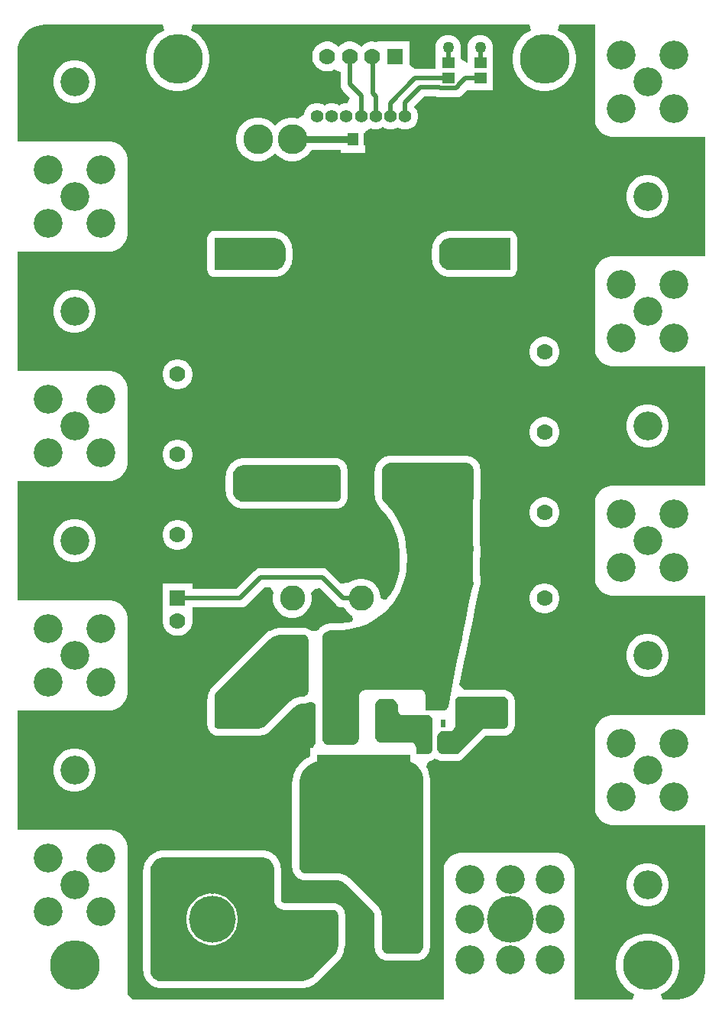
<source format=gtl>
G04*
G04 #@! TF.GenerationSoftware,Altium Limited,Altium Designer,21.0.9 (235)*
G04*
G04 Layer_Physical_Order=1*
G04 Layer_Color=255*
%FSLAX25Y25*%
%MOIN*%
G70*
G04*
G04 #@! TF.SameCoordinates,AEBDD87C-346D-489B-AC81-7B0397BDD38F*
G04*
G04*
G04 #@! TF.FilePolarity,Positive*
G04*
G01*
G75*
%ADD12C,0.01000*%
%ADD27C,0.07000*%
%ADD28R,0.07000X0.07000*%
%ADD30R,0.07000X0.07000*%
%ADD34R,0.03937X0.11221*%
%ADD35R,0.40551X0.37402*%
%ADD36R,0.05315X0.04528*%
%ADD37R,0.04528X0.05709*%
%ADD38R,0.33071X0.10433*%
%ADD39R,0.17520X0.08858*%
%ADD40R,0.06890X0.21260*%
%ADD41R,0.02362X0.03543*%
%ADD42R,0.04528X0.05315*%
%ADD43R,0.08661X0.12598*%
%ADD44C,0.02000*%
%ADD45C,0.03000*%
%ADD46C,0.05500*%
%ADD47C,0.13000*%
%ADD48C,0.11000*%
%ADD49C,0.12598*%
%ADD50C,0.20472*%
%ADD51C,0.21654*%
%ADD52C,0.05000*%
G36*
X252000Y384000D02*
X252000Y383212D01*
X252307Y381666D01*
X252910Y380211D01*
X253786Y378900D01*
X254900Y377786D01*
X256211Y376910D01*
X257666Y376307D01*
X259212Y376000D01*
X260000Y376000D01*
X300000Y376000D01*
X300000Y324000D01*
X260000Y324000D01*
X259212D01*
X257666Y323693D01*
X256211Y323090D01*
X254900Y322214D01*
X253786Y321100D01*
X252910Y319789D01*
X252308Y318334D01*
X252000Y316788D01*
X252000Y316000D01*
X252000Y316000D01*
X252000Y316000D01*
X252000Y284000D01*
Y283212D01*
X252308Y281666D01*
X252910Y280211D01*
X253786Y278900D01*
X254900Y277786D01*
X256211Y276910D01*
X257666Y276308D01*
X259212Y276000D01*
X260000Y276000D01*
X260000Y276000D01*
X300000Y276000D01*
X300000Y224000D01*
X260000Y224000D01*
X259212D01*
X257666Y223693D01*
X256211Y223090D01*
X254900Y222214D01*
X253786Y221100D01*
X252910Y219789D01*
X252308Y218334D01*
X252000Y216788D01*
X252000Y216000D01*
X252000Y216000D01*
X252000Y216000D01*
X252000Y184000D01*
Y183212D01*
X252308Y181667D01*
X252910Y180211D01*
X253786Y178900D01*
X254900Y177786D01*
X256211Y176910D01*
X257666Y176307D01*
X259212Y176000D01*
X260000Y176000D01*
X260000Y176000D01*
X300000Y176000D01*
X300000Y124000D01*
X260000Y124000D01*
X259212D01*
X257666Y123693D01*
X256211Y123090D01*
X254900Y122214D01*
X253786Y121100D01*
X252910Y119789D01*
X252308Y118333D01*
X252000Y116788D01*
X252000Y116000D01*
X252000Y116000D01*
X252000Y116000D01*
X252000Y84000D01*
Y83212D01*
X252308Y81666D01*
X252910Y80211D01*
X253786Y78900D01*
X254900Y77786D01*
X256211Y76911D01*
X257666Y76307D01*
X259212Y76000D01*
X260000Y76000D01*
X260000Y76000D01*
X300000Y76000D01*
X300000Y12500D01*
X300000Y12500D01*
X300000Y11681D01*
X299786Y10056D01*
X299362Y8473D01*
X298735Y6960D01*
X297916Y5540D01*
X296918Y4241D01*
X295760Y3082D01*
X294460Y2084D01*
X293040Y1265D01*
X291527Y638D01*
X289944Y214D01*
X288319Y-0D01*
X287500Y0D01*
X281524D01*
X280924Y2500D01*
X282247Y3174D01*
X284008Y4453D01*
X285546Y5993D01*
X286826Y7753D01*
X287814Y9692D01*
X288486Y11762D01*
X288827Y13912D01*
Y16088D01*
X288486Y18238D01*
X287814Y20308D01*
X286826Y22247D01*
X285546Y24008D01*
X284008Y25547D01*
X282247Y26826D01*
X280308Y27814D01*
X278238Y28486D01*
X276088Y28827D01*
X273912D01*
X271762Y28486D01*
X269692Y27814D01*
X267753Y26826D01*
X265992Y25547D01*
X264454Y24008D01*
X263174Y22247D01*
X262186Y20308D01*
X261514Y18238D01*
X261173Y16088D01*
Y13912D01*
X261514Y11762D01*
X262186Y9692D01*
X263174Y7753D01*
X264454Y5993D01*
X265992Y4453D01*
X267753Y3174D01*
X269076Y2500D01*
X268476Y0D01*
X243000D01*
X243000Y56000D01*
X243000Y56000D01*
X243000Y56000D01*
X243000Y56000D01*
X243000Y56788D01*
X242692Y58333D01*
X242089Y59789D01*
X241214Y61100D01*
X240100Y62214D01*
X238789Y63089D01*
X237333Y63692D01*
X235788Y64000D01*
X235000D01*
X194000Y64000D01*
X194000Y64000D01*
X193212Y64000D01*
X191666Y63693D01*
X190210Y63090D01*
X188900Y62214D01*
X187786Y61100D01*
X186910Y59789D01*
X186307Y58333D01*
X186000Y56788D01*
X186000Y56000D01*
X186000Y0D01*
X50500D01*
X48000Y2500D01*
X48000Y66000D01*
X48000Y66788D01*
X47692Y68334D01*
X47089Y69789D01*
X46214Y71100D01*
X45100Y72214D01*
X43789Y73089D01*
X42333Y73693D01*
X40788Y74000D01*
X40000Y74000D01*
X40000Y74000D01*
X40000Y74000D01*
X37500Y74000D01*
X0Y74000D01*
X-0Y76500D01*
Y123500D01*
X0Y126000D01*
X2500Y126000D01*
X40788D01*
X42333Y126307D01*
X43789Y126910D01*
X45100Y127786D01*
X46214Y128900D01*
X47089Y130211D01*
X47692Y131667D01*
X48000Y133212D01*
X48000Y134000D01*
X48000D01*
X48000Y134000D01*
X48000Y134000D01*
X48000Y136500D01*
Y166000D01*
Y166788D01*
X47692Y168333D01*
X47089Y169789D01*
X46214Y171100D01*
X45100Y172214D01*
X43789Y173090D01*
X42333Y173693D01*
X40788Y174000D01*
X40000Y174000D01*
X40000Y174000D01*
X2500Y174000D01*
X0Y174000D01*
X-0Y176500D01*
X-0Y223500D01*
X0Y226000D01*
X2500Y226000D01*
X40788D01*
X42333Y226307D01*
X43789Y226910D01*
X45100Y227786D01*
X46214Y228900D01*
X47089Y230211D01*
X47692Y231666D01*
X48000Y233212D01*
X48000Y234000D01*
X48000D01*
X48000Y234000D01*
X48000Y234000D01*
X48000Y236500D01*
Y266000D01*
Y266788D01*
X47692Y268334D01*
X47089Y269789D01*
X46214Y271100D01*
X45100Y272214D01*
X43789Y273090D01*
X42333Y273692D01*
X40788Y274000D01*
X40000Y274000D01*
X40000Y274000D01*
X2500Y274000D01*
X0Y274000D01*
X-0Y276500D01*
Y323500D01*
X0Y326000D01*
X2500Y326000D01*
X40788D01*
X42333Y326307D01*
X43789Y326910D01*
X45100Y327786D01*
X46214Y328900D01*
X47089Y330211D01*
X47692Y331666D01*
X48000Y333212D01*
X48000Y334000D01*
X48000D01*
X48000Y334000D01*
X48000Y334000D01*
X48000Y336500D01*
Y366000D01*
Y366788D01*
X47692Y368334D01*
X47089Y369789D01*
X46214Y371100D01*
X45100Y372214D01*
X43789Y373090D01*
X42333Y373692D01*
X40788Y374000D01*
X40000Y374000D01*
X40000Y374000D01*
X2500Y374000D01*
X0Y374000D01*
X-0Y376500D01*
Y412500D01*
X0Y412500D01*
X210Y414913D01*
X214Y414944D01*
X638Y416527D01*
X1265Y418040D01*
X2084Y419459D01*
X3082Y420759D01*
X4240Y421918D01*
X5540Y422916D01*
X6960Y423735D01*
X8473Y424362D01*
X10056Y424786D01*
X11681Y425000D01*
X12500Y425000D01*
X63476Y425000D01*
X64077Y422500D01*
X62753Y421826D01*
X60992Y420546D01*
X59453Y419007D01*
X58174Y417247D01*
X57186Y415308D01*
X56514Y413238D01*
X56173Y411088D01*
Y408912D01*
X56514Y406762D01*
X57186Y404692D01*
X58174Y402753D01*
X59453Y400992D01*
X60992Y399453D01*
X62753Y398174D01*
X64692Y397186D01*
X66762Y396514D01*
X68912Y396173D01*
X71088D01*
X73238Y396514D01*
X75308Y397186D01*
X77247Y398174D01*
X79008Y399453D01*
X80546Y400992D01*
X81826Y402753D01*
X82814Y404692D01*
X83486Y406762D01*
X83827Y408912D01*
Y411088D01*
X83486Y413238D01*
X82814Y415308D01*
X81826Y417247D01*
X80546Y419007D01*
X79008Y420546D01*
X77247Y421826D01*
X75924Y422500D01*
X76524Y425000D01*
X223476Y425000D01*
X224077Y422500D01*
X222753Y421826D01*
X220992Y420546D01*
X219454Y419007D01*
X218174Y417247D01*
X217186Y415308D01*
X216514Y413238D01*
X216173Y411088D01*
Y408912D01*
X216514Y406762D01*
X217186Y404692D01*
X218174Y402753D01*
X219454Y400992D01*
X220992Y399453D01*
X222753Y398174D01*
X224692Y397186D01*
X226762Y396514D01*
X228912Y396173D01*
X231088D01*
X233238Y396514D01*
X235308Y397186D01*
X237247Y398174D01*
X239007Y399453D01*
X240546Y400992D01*
X241826Y402753D01*
X242814Y404692D01*
X243486Y406762D01*
X243827Y408912D01*
Y411088D01*
X243486Y413238D01*
X242814Y415308D01*
X241826Y417247D01*
X240546Y419007D01*
X239007Y420546D01*
X237247Y421826D01*
X235923Y422500D01*
X236524Y425000D01*
X252000Y425000D01*
X252000Y384000D01*
D02*
G37*
%LPC*%
G36*
X202724Y420500D02*
X201276D01*
X199877Y420125D01*
X198623Y419401D01*
X197599Y418377D01*
X196875Y417123D01*
X196601Y416102D01*
X196500Y415724D01*
X196343Y413709D01*
X196343Y413709D01*
Y408412D01*
X196158Y408339D01*
X193658Y410042D01*
Y413709D01*
X193658Y413709D01*
X193500Y415724D01*
X193399Y416102D01*
X193125Y417123D01*
X192401Y418377D01*
X191377Y419401D01*
X190123Y420125D01*
X188724Y420500D01*
X187276D01*
X185877Y420125D01*
X184623Y419401D01*
X183599Y418377D01*
X182875Y417123D01*
X182601Y416102D01*
X182500Y415724D01*
X182343Y413709D01*
X182343Y413709D01*
Y405590D01*
X173555D01*
X173555Y405590D01*
X171515Y407201D01*
X171264Y407642D01*
Y417567D01*
X158264D01*
X158264Y417567D01*
X155764Y417527D01*
X155561Y417567D01*
X154281D01*
X153025Y417317D01*
X151842Y416827D01*
X150778Y416116D01*
X150000Y415338D01*
X149222Y416116D01*
X148158Y416827D01*
X146975Y417317D01*
X145719Y417567D01*
X144439D01*
X143183Y417317D01*
X142000Y416827D01*
X140935Y416116D01*
X140157Y415338D01*
X139380Y416116D01*
X138315Y416827D01*
X137132Y417317D01*
X135876Y417567D01*
X134596D01*
X133340Y417317D01*
X132157Y416827D01*
X131093Y416116D01*
X130187Y415210D01*
X129476Y414146D01*
X128986Y412963D01*
X128736Y411707D01*
Y410427D01*
X128986Y409171D01*
X129476Y407988D01*
X130187Y406923D01*
X131093Y406018D01*
X132157Y405307D01*
X133340Y404817D01*
X134596Y404567D01*
X135876D01*
X137132Y404817D01*
X138315Y405307D01*
X138544Y405460D01*
X140820Y404451D01*
X141044Y404208D01*
Y398921D01*
X141044Y398921D01*
X141182Y397877D01*
X141585Y396904D01*
X142226Y396068D01*
X145175Y393119D01*
X144650Y391599D01*
X144009Y390750D01*
X142843D01*
X141381Y390358D01*
X140400Y389792D01*
X139419Y390358D01*
X137957Y390750D01*
X136443D01*
X134981Y390358D01*
X134000Y389792D01*
X133019Y390358D01*
X131557Y390750D01*
X130043D01*
X128581Y390358D01*
X127269Y389601D01*
X126199Y388531D01*
X125442Y387219D01*
X125084Y385883D01*
X125018Y385734D01*
X122885Y384216D01*
X122579Y384173D01*
X120936Y384500D01*
X119064D01*
X117229Y384135D01*
X115500Y383419D01*
X113944Y382379D01*
X112500Y381158D01*
X111056Y382379D01*
X109500Y383419D01*
X107771Y384135D01*
X105936Y384500D01*
X104064D01*
X102229Y384135D01*
X100500Y383419D01*
X98944Y382379D01*
X97621Y381056D01*
X96581Y379500D01*
X95865Y377771D01*
X95500Y375936D01*
Y374064D01*
X95865Y372229D01*
X96581Y370500D01*
X97621Y368944D01*
X98944Y367621D01*
X100500Y366581D01*
X102229Y365865D01*
X104064Y365500D01*
X105936D01*
X107771Y365865D01*
X109500Y366581D01*
X111056Y367621D01*
X112500Y368842D01*
X113944Y367621D01*
X115500Y366581D01*
X117229Y365865D01*
X119064Y365500D01*
X120936D01*
X122771Y365865D01*
X124500Y366581D01*
X126056Y367621D01*
X127379Y368944D01*
X128393Y370461D01*
X141291D01*
Y369146D01*
X151819D01*
Y378214D01*
X154181Y379642D01*
X155643Y379250D01*
X157157D01*
X158619Y379642D01*
X159600Y380208D01*
X160581Y379642D01*
X162043Y379250D01*
X163557D01*
X165019Y379642D01*
X166000Y380208D01*
X166981Y379642D01*
X168443Y379250D01*
X169957D01*
X171419Y379642D01*
X172731Y380399D01*
X173801Y381469D01*
X174558Y382781D01*
X174950Y384243D01*
Y385757D01*
X174558Y387219D01*
X173801Y388531D01*
X173234Y389097D01*
Y389529D01*
X177462Y393757D01*
X182595D01*
X183470Y393394D01*
X184514Y393257D01*
X184514Y393257D01*
X191486D01*
X191486Y393257D01*
X192530Y393394D01*
X193503Y393797D01*
X194339Y394439D01*
X194530Y394630D01*
X196343Y396291D01*
X207658D01*
Y403181D01*
Y413709D01*
X207658Y413709D01*
X207500Y415724D01*
X207399Y416102D01*
X207125Y417123D01*
X206401Y418377D01*
X205377Y419401D01*
X204123Y420125D01*
X202724Y420500D01*
D02*
G37*
G36*
X25916Y409299D02*
X24084D01*
X22287Y408942D01*
X20595Y408241D01*
X19072Y407223D01*
X17777Y405928D01*
X16759Y404405D01*
X16058Y402712D01*
X15701Y400916D01*
Y399084D01*
X16058Y397288D01*
X16759Y395595D01*
X17777Y394072D01*
X19072Y392777D01*
X20595Y391759D01*
X22287Y391058D01*
X24084Y390701D01*
X25916D01*
X27713Y391058D01*
X29405Y391759D01*
X30928Y392777D01*
X32223Y394072D01*
X33241Y395595D01*
X33942Y397288D01*
X34299Y399084D01*
Y400916D01*
X33942Y402712D01*
X33241Y404405D01*
X32223Y405928D01*
X30928Y407223D01*
X29405Y408241D01*
X27713Y408942D01*
X25916Y409299D01*
D02*
G37*
G36*
X275916Y359299D02*
X274084D01*
X272288Y358942D01*
X270595Y358241D01*
X269072Y357223D01*
X267777Y355928D01*
X266759Y354405D01*
X266058Y352712D01*
X265701Y350916D01*
Y349084D01*
X266058Y347288D01*
X266759Y345595D01*
X267777Y344072D01*
X269072Y342777D01*
X270595Y341759D01*
X272288Y341058D01*
X274084Y340701D01*
X275916D01*
X277712Y341058D01*
X279405Y341759D01*
X280928Y342777D01*
X282223Y344072D01*
X283241Y345595D01*
X283942Y347288D01*
X284299Y349084D01*
Y350916D01*
X283942Y352712D01*
X283241Y354405D01*
X282223Y355928D01*
X280928Y357223D01*
X279405Y358241D01*
X277712Y358942D01*
X275916Y359299D01*
D02*
G37*
G36*
X215000Y335026D02*
X188507D01*
X188213Y334987D01*
X187917Y334968D01*
X186951Y334776D01*
X186670Y334680D01*
X186384Y334603D01*
X185474Y334226D01*
X185217Y334078D01*
X184950Y333947D01*
X184132Y333400D01*
X183908Y333204D01*
X183673Y333023D01*
X182977Y332327D01*
X182796Y332091D01*
X182600Y331868D01*
X182053Y331049D01*
X181922Y330783D01*
X181774Y330526D01*
X181397Y329616D01*
X181320Y329330D01*
X181224Y329049D01*
X181032Y328083D01*
X181013Y327787D01*
X180974Y327492D01*
Y327000D01*
X180974Y327000D01*
X180974Y322508D01*
X181013Y322213D01*
X181032Y321917D01*
X181224Y320951D01*
X181320Y320670D01*
X181397Y320384D01*
X181773Y319474D01*
X181922Y319217D01*
X182053Y318951D01*
X182600Y318132D01*
X182796Y317909D01*
X182977Y317673D01*
X183673Y316977D01*
X183908Y316796D01*
X184132Y316600D01*
X184950Y316053D01*
X185217Y315922D01*
X185474Y315774D01*
X186384Y315397D01*
X186670Y315320D01*
X186951Y315224D01*
X187917Y315032D01*
X188213Y315013D01*
X188507Y314974D01*
X189000D01*
X189000Y314974D01*
X215000D01*
X215783Y315077D01*
X216513Y315380D01*
X217140Y315860D01*
X217620Y316487D01*
X217923Y317217D01*
X218026Y318000D01*
Y332000D01*
X217923Y332783D01*
X217620Y333513D01*
X217140Y334140D01*
X216513Y334620D01*
X215783Y334923D01*
X215000Y335026D01*
D02*
G37*
G36*
X112000D02*
X86000D01*
X85217Y334923D01*
X84487Y334620D01*
X83860Y334140D01*
X83380Y333513D01*
X83077Y332783D01*
X82974Y332000D01*
Y318000D01*
X83077Y317217D01*
X83380Y316487D01*
X83860Y315860D01*
X84487Y315380D01*
X85217Y315077D01*
X86000Y314974D01*
X112000Y314974D01*
X112492D01*
X112787Y315013D01*
X113083Y315032D01*
X114049Y315224D01*
X114330Y315320D01*
X114616Y315397D01*
X115526Y315774D01*
X115783Y315922D01*
X116050Y316053D01*
X116868Y316600D01*
X117092Y316796D01*
X117327Y316977D01*
X118023Y317673D01*
X118204Y317909D01*
X118400Y318132D01*
X118947Y318951D01*
X119078Y319217D01*
X119226Y319474D01*
X119603Y320384D01*
X119680Y320670D01*
X119775Y320951D01*
X119968Y321917D01*
X119987Y322213D01*
X120026Y322508D01*
Y323000D01*
X120026Y323000D01*
X120026Y327492D01*
X119987Y327787D01*
X119968Y328083D01*
X119776Y329049D01*
X119680Y329330D01*
X119603Y329616D01*
X119227Y330526D01*
X119078Y330783D01*
X118947Y331049D01*
X118400Y331868D01*
X118204Y332091D01*
X118023Y332327D01*
X117327Y333023D01*
X117092Y333204D01*
X116868Y333400D01*
X116050Y333947D01*
X115783Y334078D01*
X115526Y334226D01*
X114616Y334603D01*
X114330Y334680D01*
X114049Y334776D01*
X113083Y334968D01*
X112787Y334987D01*
X112492Y335026D01*
X112000D01*
X112000Y335026D01*
D02*
G37*
G36*
X25916Y309299D02*
X24084D01*
X22287Y308942D01*
X20595Y308241D01*
X19072Y307223D01*
X17777Y305928D01*
X16759Y304405D01*
X16058Y302712D01*
X15701Y300916D01*
Y299084D01*
X16058Y297288D01*
X16759Y295595D01*
X17777Y294072D01*
X19072Y292777D01*
X20595Y291759D01*
X22287Y291058D01*
X24084Y290701D01*
X25916D01*
X27713Y291058D01*
X29405Y291759D01*
X30928Y292777D01*
X32223Y294072D01*
X33241Y295595D01*
X33942Y297288D01*
X34299Y299084D01*
Y300916D01*
X33942Y302712D01*
X33241Y304405D01*
X32223Y305928D01*
X30928Y307223D01*
X29405Y308241D01*
X27713Y308942D01*
X25916Y309299D01*
D02*
G37*
G36*
X230707Y288921D02*
X229427D01*
X228171Y288671D01*
X226988Y288181D01*
X225923Y287470D01*
X225018Y286565D01*
X224307Y285500D01*
X223817Y284317D01*
X223567Y283062D01*
Y281781D01*
X223817Y280525D01*
X224307Y279342D01*
X225018Y278278D01*
X225923Y277372D01*
X226988Y276661D01*
X228171Y276171D01*
X229427Y275921D01*
X230707D01*
X231963Y276171D01*
X233146Y276661D01*
X234210Y277372D01*
X235116Y278278D01*
X235827Y279342D01*
X236317Y280525D01*
X236567Y281781D01*
Y283062D01*
X236317Y284317D01*
X235827Y285500D01*
X235116Y286565D01*
X234210Y287470D01*
X233146Y288181D01*
X231963Y288671D01*
X230707Y288921D01*
D02*
G37*
G36*
X70573Y279079D02*
X69293D01*
X68037Y278829D01*
X66854Y278339D01*
X65790Y277628D01*
X64884Y276722D01*
X64173Y275658D01*
X63683Y274475D01*
X63433Y273219D01*
Y271938D01*
X63683Y270683D01*
X64173Y269500D01*
X64884Y268435D01*
X65790Y267530D01*
X66854Y266818D01*
X68037Y266329D01*
X69293Y266079D01*
X70573D01*
X71829Y266329D01*
X73012Y266818D01*
X74077Y267530D01*
X74982Y268435D01*
X75693Y269500D01*
X76183Y270683D01*
X76433Y271938D01*
Y273219D01*
X76183Y274475D01*
X75693Y275658D01*
X74982Y276722D01*
X74077Y277628D01*
X73012Y278339D01*
X71829Y278829D01*
X70573Y279079D01*
D02*
G37*
G36*
X230707Y253921D02*
X229427D01*
X228171Y253672D01*
X226988Y253182D01*
X225923Y252470D01*
X225018Y251565D01*
X224307Y250500D01*
X223817Y249317D01*
X223567Y248061D01*
Y246781D01*
X223817Y245525D01*
X224307Y244342D01*
X225018Y243278D01*
X225923Y242372D01*
X226988Y241661D01*
X228171Y241171D01*
X229427Y240921D01*
X230707D01*
X231963Y241171D01*
X233146Y241661D01*
X234210Y242372D01*
X235116Y243278D01*
X235827Y244342D01*
X236317Y245525D01*
X236567Y246781D01*
Y248061D01*
X236317Y249317D01*
X235827Y250500D01*
X235116Y251565D01*
X234210Y252470D01*
X233146Y253182D01*
X231963Y253672D01*
X230707Y253921D01*
D02*
G37*
G36*
X275916Y259299D02*
X274084D01*
X272288Y258942D01*
X270595Y258241D01*
X269072Y257223D01*
X267777Y255928D01*
X266759Y254405D01*
X266058Y252712D01*
X265701Y250916D01*
Y249084D01*
X266058Y247288D01*
X266759Y245595D01*
X267777Y244072D01*
X269072Y242777D01*
X270595Y241759D01*
X272288Y241058D01*
X274084Y240701D01*
X275916D01*
X277712Y241058D01*
X279405Y241759D01*
X280928Y242777D01*
X282223Y244072D01*
X283241Y245595D01*
X283942Y247288D01*
X284299Y249084D01*
Y250916D01*
X283942Y252712D01*
X283241Y254405D01*
X282223Y255928D01*
X280928Y257223D01*
X279405Y258241D01*
X277712Y258942D01*
X275916Y259299D01*
D02*
G37*
G36*
X70573Y244079D02*
X69293D01*
X68037Y243829D01*
X66854Y243339D01*
X65790Y242628D01*
X64884Y241722D01*
X64173Y240658D01*
X63683Y239475D01*
X63433Y238219D01*
Y236939D01*
X63683Y235683D01*
X64173Y234500D01*
X64884Y233435D01*
X65790Y232530D01*
X66854Y231819D01*
X68037Y231329D01*
X69293Y231079D01*
X70573D01*
X71829Y231329D01*
X73012Y231819D01*
X74077Y232530D01*
X74982Y233435D01*
X75693Y234500D01*
X76183Y235683D01*
X76433Y236939D01*
Y238219D01*
X76183Y239475D01*
X75693Y240658D01*
X74982Y241722D01*
X74077Y242628D01*
X73012Y243339D01*
X71829Y243829D01*
X70573Y244079D01*
D02*
G37*
G36*
X99000Y236026D02*
X98999Y236026D01*
X98507D01*
X98213Y235987D01*
X97917Y235968D01*
X96951Y235775D01*
X96670Y235680D01*
X96384Y235603D01*
X95474Y235226D01*
X95217Y235078D01*
X94950Y234947D01*
X94132Y234400D01*
X93908Y234204D01*
X93673Y234023D01*
X92977Y233327D01*
X92796Y233091D01*
X92600Y232868D01*
X92053Y232049D01*
X91922Y231783D01*
X91773Y231526D01*
X91397Y230616D01*
X91320Y230330D01*
X91224Y230049D01*
X91032Y229083D01*
X91013Y228787D01*
X90974Y228492D01*
X90974Y221508D01*
X91013Y221213D01*
X91032Y220917D01*
X91224Y219951D01*
X91320Y219670D01*
X91397Y219384D01*
X91773Y218474D01*
X91922Y218216D01*
X92053Y217951D01*
X92600Y217131D01*
X92796Y216908D01*
X92977Y216673D01*
X93673Y215977D01*
X93909Y215796D01*
X94132Y215600D01*
X94951Y215053D01*
X95217Y214922D01*
X95474Y214774D01*
X96384Y214397D01*
X96670Y214320D01*
X96951Y214224D01*
X97917Y214032D01*
X98213Y214013D01*
X98508Y213974D01*
X99000Y213974D01*
X139000Y213974D01*
X139112Y213989D01*
X139225Y213983D01*
X139710Y214019D01*
X139794Y214036D01*
X139880D01*
X140179Y214116D01*
X140483Y214180D01*
X140560Y214218D01*
X140643Y214241D01*
X141291Y214509D01*
X141463Y214608D01*
X141646Y214684D01*
X141803Y214805D01*
X141975Y214904D01*
X142115Y215044D01*
X142272Y215165D01*
X142835Y215727D01*
X142956Y215885D01*
X143096Y216025D01*
X143195Y216197D01*
X143316Y216354D01*
X143392Y216537D01*
X143491Y216709D01*
X143796Y217444D01*
X143847Y217636D01*
X143923Y217819D01*
X143949Y218016D01*
X144000Y218207D01*
X144000Y218406D01*
X144026Y218602D01*
X144026Y219000D01*
X144026Y231000D01*
X144026Y231000D01*
Y231000D01*
X144015Y231086D01*
X144021Y231172D01*
X143995Y231633D01*
X143974Y231744D01*
Y231856D01*
X143900Y232131D01*
X143847Y232410D01*
X143798Y232511D01*
X143769Y232619D01*
X143491Y233291D01*
X143392Y233463D01*
X143316Y233646D01*
X143195Y233803D01*
X143096Y233975D01*
X142956Y234115D01*
X142835Y234273D01*
X142272Y234835D01*
X142115Y234956D01*
X141975Y235096D01*
X141803Y235195D01*
X141646Y235316D01*
X141463Y235392D01*
X141291Y235491D01*
X140556Y235795D01*
X140364Y235847D01*
X140181Y235923D01*
X139984Y235949D01*
X139793Y236000D01*
X139594D01*
X139398Y236026D01*
X139000D01*
X99000Y236026D01*
D02*
G37*
G36*
X230707Y218921D02*
X229427D01*
X228171Y218671D01*
X226988Y218181D01*
X225923Y217470D01*
X225018Y216565D01*
X224307Y215500D01*
X223817Y214317D01*
X223567Y213061D01*
Y211781D01*
X223817Y210525D01*
X224307Y209342D01*
X225018Y208278D01*
X225923Y207372D01*
X226988Y206661D01*
X228171Y206171D01*
X229427Y205921D01*
X230707D01*
X231963Y206171D01*
X233146Y206661D01*
X234210Y207372D01*
X235116Y208278D01*
X235827Y209342D01*
X236317Y210525D01*
X236567Y211781D01*
Y213061D01*
X236317Y214317D01*
X235827Y215500D01*
X235116Y216565D01*
X234210Y217470D01*
X233146Y218181D01*
X231963Y218671D01*
X230707Y218921D01*
D02*
G37*
G36*
X70573Y209079D02*
X69293D01*
X68037Y208829D01*
X66854Y208339D01*
X65790Y207628D01*
X64884Y206722D01*
X64173Y205658D01*
X63683Y204475D01*
X63433Y203219D01*
Y201939D01*
X63683Y200683D01*
X64173Y199500D01*
X64884Y198435D01*
X65790Y197530D01*
X66854Y196818D01*
X68037Y196328D01*
X69293Y196079D01*
X70573D01*
X71829Y196328D01*
X73012Y196818D01*
X74077Y197530D01*
X74982Y198435D01*
X75693Y199500D01*
X76183Y200683D01*
X76433Y201939D01*
Y203219D01*
X76183Y204475D01*
X75693Y205658D01*
X74982Y206722D01*
X74077Y207628D01*
X73012Y208339D01*
X71829Y208829D01*
X70573Y209079D01*
D02*
G37*
G36*
X25916Y209299D02*
X24084D01*
X22287Y208942D01*
X20595Y208241D01*
X19072Y207223D01*
X17777Y205928D01*
X16759Y204405D01*
X16058Y202712D01*
X15701Y200916D01*
Y199084D01*
X16058Y197287D01*
X16759Y195595D01*
X17777Y194072D01*
X19072Y192777D01*
X20595Y191759D01*
X22287Y191058D01*
X24084Y190701D01*
X25916D01*
X27713Y191058D01*
X29405Y191759D01*
X30928Y192777D01*
X32223Y194072D01*
X33241Y195595D01*
X33942Y197287D01*
X34299Y199084D01*
Y200916D01*
X33942Y202712D01*
X33241Y204405D01*
X32223Y205928D01*
X30928Y207223D01*
X29405Y208241D01*
X27713Y208942D01*
X25916Y209299D01*
D02*
G37*
G36*
X162543Y236955D02*
X162248Y236916D01*
X161952Y236897D01*
X161193Y236746D01*
X160912Y236651D01*
X160625Y236574D01*
X159910Y236278D01*
X159653Y236129D01*
X159387Y235998D01*
X158743Y235568D01*
X158520Y235372D01*
X158284Y235192D01*
X157737Y234644D01*
X157556Y234409D01*
X157361Y234186D01*
X156931Y233542D01*
X156799Y233276D01*
X156651Y233019D01*
X156355Y232304D01*
X156278Y232017D01*
X156183Y231736D01*
X156053Y231081D01*
X156038Y230848D01*
X155998Y230619D01*
X155977Y230127D01*
X155982Y230063D01*
X155974Y230000D01*
X155974Y220414D01*
X155974Y219844D01*
X156013Y219550D01*
X156032Y219253D01*
X156255Y218134D01*
X156350Y217853D01*
X156427Y217566D01*
X156864Y216512D01*
X157012Y216255D01*
X157143Y215989D01*
X157777Y215040D01*
X157973Y214817D01*
X158154Y214581D01*
X158534Y214201D01*
X159504Y213183D01*
X161316Y210975D01*
X162883Y208630D01*
X164212Y206144D01*
X165291Y203539D01*
X166109Y200841D01*
X166659Y198075D01*
X166939Y195232D01*
X166974Y193811D01*
X166974Y191021D01*
X166940Y189700D01*
X166672Y187028D01*
X166152Y184431D01*
X165380Y181898D01*
X164363Y179453D01*
X163112Y177119D01*
X161639Y174919D01*
X160982Y174120D01*
X158500Y175038D01*
Y175837D01*
X158173Y177479D01*
X157533Y179026D01*
X156602Y180418D01*
X155418Y181602D01*
X154026Y182533D01*
X152479Y183173D01*
X150837Y183500D01*
X149163D01*
X147521Y183173D01*
X145974Y182533D01*
X144582Y181602D01*
X141305Y181401D01*
X135853Y186853D01*
X135017Y187494D01*
X134044Y187897D01*
X133000Y188034D01*
X133000Y188034D01*
X106315D01*
X105271Y187897D01*
X104298Y187494D01*
X103462Y186853D01*
X103462Y186853D01*
X95644Y179034D01*
X76433D01*
Y181421D01*
X63433D01*
Y168421D01*
X63433Y168421D01*
X63473Y165921D01*
X63433Y165719D01*
Y164439D01*
X63683Y163183D01*
X64173Y162000D01*
X64884Y160935D01*
X65790Y160030D01*
X66854Y159318D01*
X68037Y158828D01*
X69293Y158579D01*
X70573D01*
X71829Y158828D01*
X73012Y159318D01*
X74077Y160030D01*
X74982Y160935D01*
X75693Y162000D01*
X76183Y163183D01*
X76433Y164439D01*
Y165719D01*
X76393Y165921D01*
X76433Y168421D01*
X76433D01*
Y170966D01*
X97315D01*
X97315Y170966D01*
X98359Y171103D01*
X99332Y171506D01*
X100168Y172147D01*
X107826Y179805D01*
X110359Y179657D01*
X111827Y177479D01*
X111500Y175837D01*
Y174163D01*
X111827Y172521D01*
X112467Y170974D01*
X113398Y169582D01*
X114582Y168398D01*
X115974Y167467D01*
X117521Y166827D01*
X119163Y166500D01*
X120837D01*
X122479Y166827D01*
X124026Y167467D01*
X125418Y168398D01*
X126602Y169582D01*
X127533Y170974D01*
X128173Y172521D01*
X128500Y174163D01*
Y175837D01*
X128288Y176902D01*
X129884Y179077D01*
X132058Y179236D01*
X139147Y172147D01*
X139147Y172147D01*
X139983Y171506D01*
X140956Y171103D01*
X142000Y170966D01*
X142473D01*
X143398Y169582D01*
X144582Y168398D01*
X145974Y167467D01*
X146242Y167356D01*
X146402Y165867D01*
X146042Y164733D01*
X143917Y164311D01*
X141245Y164048D01*
X139919Y164015D01*
X139458Y164015D01*
X139458Y164015D01*
X139457Y164015D01*
X136990Y164015D01*
X136600Y164016D01*
X136305Y163977D01*
X136009Y163958D01*
X135243Y163805D01*
X134962Y163710D01*
X134675Y163633D01*
X133954Y163334D01*
X133697Y163186D01*
X133431Y163055D01*
X132781Y162621D01*
X132558Y162425D01*
X132322Y162244D01*
X131770Y161692D01*
X131589Y161457D01*
X131394Y161233D01*
X131320Y161123D01*
X130601Y160751D01*
X129123Y160578D01*
X129085Y160578D01*
X129015Y160589D01*
X128288Y160819D01*
X128273Y160835D01*
X128115Y160956D01*
X127975Y161096D01*
X127803Y161195D01*
X127646Y161316D01*
X127463Y161392D01*
X127291Y161491D01*
X126556Y161795D01*
X126364Y161847D01*
X126181Y161923D01*
X125984Y161949D01*
X125793Y162000D01*
X125594D01*
X125398Y162026D01*
X115413Y162026D01*
X115413Y162026D01*
X114602D01*
X114308Y161987D01*
X114011Y161968D01*
X112419Y161651D01*
X112138Y161555D01*
X111851Y161478D01*
X110352Y160857D01*
X110094Y160709D01*
X109828Y160578D01*
X108478Y159676D01*
X108255Y159480D01*
X108020Y159299D01*
X107446Y158725D01*
X107446Y158725D01*
X85567Y136847D01*
X85567Y136847D01*
X85567Y136847D01*
X85162Y136441D01*
X84981Y136205D01*
X84785Y135982D01*
X84147Y135028D01*
X84016Y134762D01*
X83868Y134504D01*
X83428Y133444D01*
X83352Y133157D01*
X83256Y132876D01*
X83032Y131750D01*
X83013Y131454D01*
X82974Y131160D01*
Y130586D01*
X82974Y119602D01*
X83000Y119405D01*
X83000Y119207D01*
X83051Y119015D01*
X83077Y118819D01*
X83153Y118635D01*
X83205Y118444D01*
X83509Y117709D01*
X83608Y117537D01*
X83684Y117354D01*
X83805Y117197D01*
X83904Y117025D01*
X84044Y116884D01*
X84165Y116727D01*
X84728Y116165D01*
X84885Y116044D01*
X85025Y115903D01*
X85197Y115804D01*
X85354Y115684D01*
X85538Y115608D01*
X85709Y115509D01*
X86444Y115204D01*
X86636Y115153D01*
X86819Y115077D01*
X87016Y115051D01*
X87208Y115000D01*
X87406Y115000D01*
X87603Y114974D01*
X88000Y114974D01*
X104585Y114974D01*
X105159Y114974D01*
X105454Y115013D01*
X105750Y115032D01*
X106876Y115256D01*
X107157Y115351D01*
X107444Y115428D01*
X108504Y115868D01*
X108762Y116016D01*
X109028Y116147D01*
X109982Y116785D01*
X110205Y116981D01*
X110441Y117162D01*
X110847Y117568D01*
X120672Y127392D01*
X121052Y127737D01*
X121962Y128345D01*
X122904Y128735D01*
X123977Y128949D01*
X124562Y128978D01*
X124586Y128982D01*
X124609Y128980D01*
X124648Y128988D01*
X124688Y128987D01*
X125155Y129029D01*
X125312Y129064D01*
X125472Y129075D01*
X125758Y129131D01*
X126039Y129227D01*
X126326Y129304D01*
X126797Y129499D01*
X127054Y129647D01*
X127320Y129778D01*
X127499Y129898D01*
X129138Y129493D01*
X129264Y129411D01*
X129999Y128699D01*
Y113976D01*
X129999Y113681D01*
X130038Y113387D01*
X130057Y113091D01*
X130172Y112514D01*
X130267Y112233D01*
X130276Y112201D01*
X130140Y111604D01*
X129274Y110152D01*
X129136Y110018D01*
X128690Y109701D01*
X127724D01*
Y105914D01*
X127105Y105657D01*
X126848Y105509D01*
X126582Y105378D01*
X124944Y104283D01*
X124721Y104088D01*
X124486Y103907D01*
X123093Y102514D01*
X122912Y102279D01*
X122717Y102056D01*
X121622Y100418D01*
X121491Y100152D01*
X121343Y99895D01*
X120589Y98075D01*
X120512Y97788D01*
X120417Y97507D01*
X120032Y95575D01*
X120013Y95279D01*
X119974Y94985D01*
X119974Y94000D01*
X119974Y94000D01*
X119974Y58000D01*
X119974Y57705D01*
X120013Y57411D01*
X120032Y57114D01*
X120147Y56535D01*
X120243Y56254D01*
X120320Y55967D01*
X120546Y55421D01*
X120694Y55164D01*
X120825Y54898D01*
X121154Y54407D01*
X121349Y54184D01*
X121530Y53948D01*
X121948Y53530D01*
X122183Y53350D01*
X122406Y53154D01*
X122898Y52826D01*
X123164Y52694D01*
X123421Y52546D01*
X123967Y52320D01*
X124253Y52243D01*
X124534Y52148D01*
X125114Y52032D01*
X125410Y52013D01*
X125704Y51974D01*
X139512Y51974D01*
X140022Y51949D01*
X141096Y51736D01*
X142038Y51345D01*
X142948Y50737D01*
X143330Y50391D01*
X155101Y38620D01*
X155285Y38417D01*
X155630Y37900D01*
X155839Y37395D01*
X155961Y36786D01*
X155974Y36508D01*
X155974Y23000D01*
X155974Y22705D01*
X156013Y22411D01*
X156032Y22114D01*
X156147Y21535D01*
X156243Y21254D01*
X156319Y20967D01*
X156546Y20421D01*
X156694Y20164D01*
X156825Y19898D01*
X157153Y19407D01*
X157349Y19184D01*
X157530Y18948D01*
X157948Y18530D01*
X158183Y18350D01*
X158406Y18154D01*
X158897Y17826D01*
X159164Y17694D01*
X159421Y17546D01*
X159967Y17320D01*
X160253Y17243D01*
X160534Y17147D01*
X161114Y17032D01*
X161410Y17013D01*
X161704Y16974D01*
X162000Y16974D01*
X174295Y16974D01*
X174590Y17013D01*
X174886Y17032D01*
X175465Y17147D01*
X175746Y17243D01*
X176033Y17320D01*
X176579Y17546D01*
X176836Y17694D01*
X177102Y17825D01*
X177593Y18154D01*
X177816Y18349D01*
X178052Y18530D01*
X178470Y18948D01*
X178650Y19183D01*
X178846Y19406D01*
X179174Y19898D01*
X179306Y20164D01*
X179454Y20421D01*
X179680Y20967D01*
X179757Y21253D01*
X179852Y21534D01*
X179967Y22114D01*
X179987Y22410D01*
X180026Y22704D01*
Y22998D01*
X180026Y23000D01*
X180026Y96000D01*
Y96788D01*
X179987Y97082D01*
X179968Y97378D01*
X179660Y98924D01*
X179565Y99205D01*
X179488Y99492D01*
X178885Y100947D01*
X178737Y101205D01*
X178605Y101471D01*
X178603Y101474D01*
X179165Y103242D01*
X179792Y104000D01*
X179984Y104051D01*
X180181Y104077D01*
X180364Y104153D01*
X180555Y104204D01*
X181291Y104509D01*
X181462Y104608D01*
X181646Y104684D01*
X181803Y104805D01*
X181975Y104904D01*
X182115Y105044D01*
X182272Y105165D01*
X182329Y105222D01*
X182406Y105154D01*
X182898Y104825D01*
X183164Y104694D01*
X183421Y104546D01*
X183967Y104320D01*
X184254Y104243D01*
X184535Y104148D01*
X185114Y104032D01*
X185410Y104013D01*
X185705Y103974D01*
X186000Y103974D01*
X192000Y103974D01*
X192783Y104077D01*
X193513Y104379D01*
X194140Y104860D01*
X194140Y104860D01*
X204253Y114974D01*
X212000Y114974D01*
X212000Y114974D01*
X212000Y114974D01*
X212398Y114974D01*
X212594Y115000D01*
X212793D01*
X212984Y115051D01*
X213181Y115077D01*
X213364Y115153D01*
X213556Y115204D01*
X214291Y115509D01*
X214462Y115608D01*
X214646Y115684D01*
X214803Y115805D01*
X214975Y115904D01*
X215115Y116044D01*
X215272Y116165D01*
X215835Y116727D01*
X215956Y116885D01*
X216096Y117025D01*
X216195Y117197D01*
X216316Y117354D01*
X216392Y117537D01*
X216491Y117709D01*
X216795Y118444D01*
X216847Y118636D01*
X216923Y118819D01*
X216949Y119016D01*
X217000Y119207D01*
Y119405D01*
X217026Y119602D01*
X217026Y120000D01*
X217026Y120000D01*
X217026Y130398D01*
X217000Y130594D01*
X217000Y130793D01*
X216949Y130984D01*
X216923Y131181D01*
X216847Y131364D01*
X216795Y131556D01*
X216491Y132291D01*
X216392Y132463D01*
X216316Y132646D01*
X216195Y132803D01*
X216096Y132975D01*
X215956Y133115D01*
X215835Y133273D01*
X215272Y133835D01*
X215115Y133956D01*
X214975Y134096D01*
X214803Y134195D01*
X214646Y134316D01*
X214462Y134392D01*
X214290Y134491D01*
X213621Y134768D01*
X213514Y134797D01*
X213415Y134845D01*
X213134Y134899D01*
X212858Y134973D01*
X212747Y134973D01*
X212639Y134994D01*
X212177Y135021D01*
X212088Y135014D01*
X212001Y135026D01*
X212000D01*
X212000Y135026D01*
X194963Y135026D01*
X192895Y137463D01*
X192893Y137526D01*
X193026Y138230D01*
X194514Y145488D01*
X196109Y152728D01*
X196948Y156341D01*
X196955Y156414D01*
X196977Y156484D01*
X197522Y159480D01*
X198676Y165454D01*
X199917Y171405D01*
X201247Y177342D01*
X201945Y180306D01*
X201982Y180673D01*
X202026Y181039D01*
X202001Y182944D01*
X201975Y186749D01*
X201981Y190553D01*
X202017Y194358D01*
X202047Y196263D01*
X202039Y196328D01*
X202046Y196395D01*
X201966Y199254D01*
X201872Y204967D01*
X201867Y210676D01*
X201950Y216389D01*
X202025Y219249D01*
X202020Y219288D01*
X202026Y219328D01*
X202026Y230999D01*
X202026Y231288D01*
X201987Y231582D01*
X201968Y231878D01*
X201855Y232444D01*
X201760Y232725D01*
X201683Y233012D01*
X201462Y233545D01*
X201314Y233802D01*
X201183Y234068D01*
X200862Y234548D01*
X200666Y234771D01*
X200486Y235007D01*
X200078Y235415D01*
X199842Y235595D01*
X199619Y235791D01*
X199139Y236112D01*
X198873Y236243D01*
X198616Y236391D01*
X198083Y236612D01*
X197796Y236689D01*
X197515Y236784D01*
X197126Y236861D01*
X196944Y236873D01*
X196765Y236911D01*
X196303Y236946D01*
X196255Y236943D01*
X196208Y236952D01*
X196140Y236946D01*
X196074Y236955D01*
X196073D01*
X196071Y236955D01*
X162930Y236955D01*
X162543Y236955D01*
D02*
G37*
G36*
X230707Y181421D02*
X229427D01*
X228171Y181172D01*
X226988Y180682D01*
X225923Y179970D01*
X225018Y179065D01*
X224307Y178000D01*
X223817Y176817D01*
X223567Y175561D01*
Y174281D01*
X223817Y173025D01*
X224307Y171842D01*
X225018Y170778D01*
X225923Y169872D01*
X226988Y169161D01*
X228171Y168671D01*
X229427Y168421D01*
X230707D01*
X231963Y168671D01*
X233146Y169161D01*
X234210Y169872D01*
X235116Y170778D01*
X235827Y171842D01*
X236317Y173025D01*
X236567Y174281D01*
Y175561D01*
X236317Y176817D01*
X235827Y178000D01*
X235116Y179065D01*
X234210Y179970D01*
X233146Y180682D01*
X231963Y181172D01*
X230707Y181421D01*
D02*
G37*
G36*
X275916Y159299D02*
X274084D01*
X272288Y158942D01*
X270595Y158241D01*
X269072Y157223D01*
X267777Y155928D01*
X266759Y154405D01*
X266058Y152713D01*
X265701Y150916D01*
Y149084D01*
X266058Y147287D01*
X266759Y145595D01*
X267777Y144072D01*
X269072Y142777D01*
X270595Y141759D01*
X272288Y141058D01*
X274084Y140701D01*
X275916D01*
X277712Y141058D01*
X279405Y141759D01*
X280928Y142777D01*
X282223Y144072D01*
X283241Y145595D01*
X283942Y147287D01*
X284299Y149084D01*
Y150916D01*
X283942Y152713D01*
X283241Y154405D01*
X282223Y155928D01*
X280928Y157223D01*
X279405Y158241D01*
X277712Y158942D01*
X275916Y159299D01*
D02*
G37*
G36*
X25916Y109299D02*
X24084D01*
X22287Y108942D01*
X20595Y108241D01*
X19072Y107223D01*
X17777Y105928D01*
X16759Y104405D01*
X16058Y102713D01*
X15701Y100916D01*
Y99084D01*
X16058Y97287D01*
X16759Y95595D01*
X17777Y94072D01*
X19072Y92777D01*
X20595Y91759D01*
X22287Y91058D01*
X24084Y90701D01*
X25916D01*
X27713Y91058D01*
X29405Y91759D01*
X30928Y92777D01*
X32223Y94072D01*
X33241Y95595D01*
X33942Y97287D01*
X34299Y99084D01*
Y100916D01*
X33942Y102713D01*
X33241Y104405D01*
X32223Y105928D01*
X30928Y107223D01*
X29405Y108241D01*
X27713Y108942D01*
X25916Y109299D01*
D02*
G37*
G36*
X107492Y65026D02*
X107000Y65026D01*
X64000Y65026D01*
X63999Y65026D01*
X63409Y65026D01*
X63115Y64987D01*
X62818Y64968D01*
X61659Y64737D01*
X61378Y64642D01*
X61092Y64565D01*
X60000Y64113D01*
X59743Y63964D01*
X59477Y63833D01*
X58494Y63176D01*
X58271Y62981D01*
X58035Y62800D01*
X57200Y61964D01*
X57019Y61729D01*
X56823Y61506D01*
X56167Y60523D01*
X56036Y60257D01*
X55887Y60000D01*
X55435Y58908D01*
X55358Y58621D01*
X55263Y58340D01*
X55032Y57181D01*
X55013Y56885D01*
X54974Y56591D01*
X54974Y56000D01*
X54974Y13000D01*
X54974Y12508D01*
X55013Y12213D01*
X55032Y11917D01*
X55224Y10951D01*
X55320Y10670D01*
X55396Y10384D01*
X55773Y9474D01*
X55922Y9217D01*
X56053Y8951D01*
X56600Y8132D01*
X56796Y7908D01*
X56977Y7673D01*
X57673Y6977D01*
X57908Y6796D01*
X58132Y6600D01*
X58951Y6053D01*
X59217Y5922D01*
X59474Y5773D01*
X60384Y5396D01*
X60670Y5320D01*
X60951Y5224D01*
X61917Y5032D01*
X62213Y5013D01*
X62508Y4974D01*
X63000Y4974D01*
X123586Y4974D01*
X123586Y4974D01*
X124398Y4974D01*
X124692Y5013D01*
X124988Y5032D01*
X126580Y5349D01*
X126861Y5444D01*
X127148Y5521D01*
X128648Y6143D01*
X128905Y6291D01*
X129171Y6422D01*
X130521Y7324D01*
X130744Y7520D01*
X130980Y7700D01*
X131554Y8275D01*
X131554Y8275D01*
X139725Y16446D01*
X139725Y16446D01*
X139725Y16446D01*
X140299Y17020D01*
X140480Y17256D01*
X140676Y17479D01*
X141578Y18829D01*
X141709Y19095D01*
X141857Y19352D01*
X142479Y20852D01*
X142556Y21139D01*
X142651Y21420D01*
X142968Y23012D01*
X142987Y23308D01*
X143026Y23602D01*
X143026Y24414D01*
X143026Y37000D01*
X143026Y37000D01*
Y37001D01*
X143014Y37088D01*
X143021Y37174D01*
X142994Y37635D01*
X142973Y37745D01*
X142973Y37857D01*
X142900Y38131D01*
X142847Y38411D01*
X142798Y38512D01*
X142769Y38620D01*
X142491Y39291D01*
X142392Y39462D01*
X142316Y39646D01*
X142195Y39803D01*
X142096Y39975D01*
X141956Y40115D01*
X141835Y40272D01*
X141273Y40835D01*
X141115Y40956D01*
X140975Y41096D01*
X140803Y41195D01*
X140646Y41316D01*
X140463Y41392D01*
X140291Y41491D01*
X139556Y41796D01*
X139364Y41847D01*
X139181Y41923D01*
X138984Y41949D01*
X138793Y42000D01*
X138594Y42000D01*
X138398Y42026D01*
X138000D01*
X117074Y42026D01*
X116881Y42035D01*
X116431Y42125D01*
X116076Y42272D01*
X115757Y42485D01*
X115485Y42757D01*
X115272Y43076D01*
X115125Y43431D01*
X115035Y43881D01*
X115026Y44074D01*
X115026Y57000D01*
X115026Y57001D01*
X115026Y57492D01*
X114987Y57786D01*
X114968Y58082D01*
X114776Y59048D01*
X114680Y59329D01*
X114603Y59616D01*
X114226Y60526D01*
X114078Y60783D01*
X113947Y61049D01*
X113400Y61868D01*
X113204Y62091D01*
X113023Y62327D01*
X112327Y63023D01*
X112092Y63204D01*
X111869Y63400D01*
X111050Y63947D01*
X110783Y64078D01*
X110526Y64227D01*
X109616Y64603D01*
X109330Y64680D01*
X109049Y64776D01*
X108083Y64968D01*
X107787Y64987D01*
X107492Y65026D01*
D02*
G37*
G36*
X275916Y59299D02*
X274084D01*
X272288Y58942D01*
X270595Y58241D01*
X269072Y57223D01*
X267777Y55928D01*
X266759Y54405D01*
X266058Y52713D01*
X265701Y50916D01*
Y49084D01*
X266058Y47287D01*
X266759Y45595D01*
X267777Y44072D01*
X269072Y42777D01*
X270595Y41759D01*
X272288Y41058D01*
X274084Y40701D01*
X275916D01*
X277712Y41058D01*
X279405Y41759D01*
X280928Y42777D01*
X282223Y44072D01*
X283241Y45595D01*
X283942Y47287D01*
X284299Y49084D01*
Y50916D01*
X283942Y52713D01*
X283241Y54405D01*
X282223Y55928D01*
X280928Y57223D01*
X279405Y58241D01*
X277712Y58942D01*
X275916Y59299D01*
D02*
G37*
%LPD*%
G36*
X215000Y318000D02*
X189000D01*
X189000Y318000D01*
X189000Y318000D01*
X188507D01*
X187542Y318192D01*
X186632Y318569D01*
X185813Y319116D01*
X185116Y319813D01*
X184569Y320632D01*
X184192Y321542D01*
X184000Y322508D01*
X184000Y327000D01*
X184000Y327000D01*
Y327492D01*
X184192Y328458D01*
X184569Y329368D01*
X185116Y330187D01*
X185813Y330884D01*
X186632Y331431D01*
X187542Y331808D01*
X188507Y332000D01*
X215000D01*
Y318000D01*
D02*
G37*
G36*
X112000Y332000D02*
X112000Y332000D01*
X112492D01*
X113458Y331808D01*
X114368Y331431D01*
X115187Y330884D01*
X115884Y330187D01*
X116431Y329368D01*
X116808Y328458D01*
X117000Y327492D01*
X117000Y323000D01*
X117000Y323000D01*
Y322508D01*
X116808Y321542D01*
X116431Y320632D01*
X115884Y319813D01*
X115187Y319116D01*
X114368Y318569D01*
X113458Y318192D01*
X112492Y318000D01*
X112000D01*
X86000Y318000D01*
Y332000D01*
X112000D01*
X112000Y332000D01*
D02*
G37*
G36*
X139000Y233000D02*
X139398D01*
X140133Y232696D01*
X140696Y232133D01*
X140974Y231461D01*
X141000Y231000D01*
Y231000D01*
X141000D01*
X141000Y231000D01*
X141000Y219000D01*
X141000Y218602D01*
X140696Y217867D01*
X140133Y217304D01*
X139485Y217036D01*
X139000Y217000D01*
Y217000D01*
X99000Y217000D01*
X98508Y217000D01*
X97542Y217192D01*
X96632Y217569D01*
X95813Y218116D01*
X95116Y218813D01*
X94569Y219632D01*
X94192Y220542D01*
X94000Y221508D01*
X94000Y228492D01*
X94192Y229458D01*
X94569Y230368D01*
X95116Y231187D01*
X95813Y231884D01*
X96632Y232431D01*
X97541Y232808D01*
X98507Y233000D01*
X99000D01*
X99000Y233000D01*
X139000Y233000D01*
D02*
G37*
G36*
X162929Y233929D02*
X196071Y233929D01*
X196071Y233929D01*
X196071Y233929D01*
X196074D01*
X196536Y233894D01*
X196925Y233816D01*
X197458Y233596D01*
X197938Y233275D01*
X198346Y232867D01*
X198667Y232387D01*
X198888Y231854D01*
X199000Y231288D01*
X199000Y231000D01*
X199000Y219328D01*
X199000Y219327D01*
X198925Y216451D01*
X198841Y210696D01*
X198847Y204941D01*
X198941Y199187D01*
X199021Y196310D01*
X198991Y194396D01*
X198955Y190569D01*
X198949Y186741D01*
X198975Y182914D01*
X199000Y181000D01*
X198298Y178020D01*
X196959Y172044D01*
X195709Y166050D01*
X194547Y160038D01*
X194000Y157025D01*
X193158Y153395D01*
X191554Y146117D01*
X190057Y138816D01*
X188669Y131494D01*
X188015Y127825D01*
X188015D01*
X187978Y127448D01*
X187637Y126771D01*
X187076Y126262D01*
X186369Y125990D01*
X185990Y125990D01*
X179010Y125990D01*
X178814Y125989D01*
X178452Y126139D01*
X178175Y126417D01*
X178025Y126779D01*
X178025Y126975D01*
X178025Y132975D01*
X178025Y132975D01*
X178025Y132975D01*
X178024Y132981D01*
X177986Y133368D01*
X177959Y133433D01*
X177686Y134094D01*
X177130Y134650D01*
X176403Y134951D01*
X176010Y134990D01*
X151990Y134990D01*
X151989Y134989D01*
X151699Y134975D01*
X151129Y134862D01*
X150592Y134639D01*
X150109Y134317D01*
X149698Y133906D01*
X149375Y133422D01*
X149153Y132886D01*
X149039Y132316D01*
X149025Y132025D01*
X149025Y114025D01*
X149025Y114025D01*
X149025Y113726D01*
X148908Y113140D01*
X148679Y112587D01*
X148347Y112090D01*
X147924Y111667D01*
X147427Y111335D01*
X146875Y111106D01*
X146289Y110989D01*
X145990Y110989D01*
X136011Y110990D01*
X135716Y110989D01*
X135139Y111104D01*
X134596Y111329D01*
X134107Y111656D01*
X133691Y112072D01*
X133365Y112561D01*
X133140Y113104D01*
X133025Y113681D01*
X133025Y113975D01*
Y157025D01*
X133025Y157415D01*
X133177Y158182D01*
X133476Y158903D01*
X133910Y159553D01*
X134462Y160105D01*
X135111Y160539D01*
X135833Y160837D01*
X136599Y160990D01*
X136990Y160990D01*
X139457Y160990D01*
X139957Y160990D01*
X139958Y160990D01*
X139958Y160990D01*
X141430Y161026D01*
X144361Y161314D01*
X147250Y161888D01*
X150068Y162742D01*
X152790Y163868D01*
X155388Y165255D01*
X157838Y166889D01*
X160116Y168756D01*
X162200Y170837D01*
X164070Y173111D01*
X165709Y175559D01*
X167101Y178154D01*
X168231Y180874D01*
X169090Y183691D01*
X169668Y186579D01*
X169962Y189509D01*
X170000Y190982D01*
X170000Y193859D01*
X170000Y193859D01*
X170000Y193859D01*
X169962Y195418D01*
X169656Y198520D01*
X169048Y201577D01*
X168143Y204559D01*
X166951Y207439D01*
X165481Y210188D01*
X163749Y212779D01*
X161772Y215189D01*
X160697Y216318D01*
X160697Y216318D01*
X160293Y216721D01*
X159659Y217670D01*
X159223Y218724D01*
X159000Y219844D01*
X159000Y220414D01*
X159000Y230000D01*
X159021Y230491D01*
X159151Y231146D01*
X159447Y231861D01*
X159877Y232505D01*
X160424Y233052D01*
X161068Y233482D01*
X161783Y233778D01*
X162542Y233929D01*
X162929Y233929D01*
D02*
G37*
G36*
X126133Y158695D02*
X126696Y158133D01*
X126973Y157463D01*
X127000Y157001D01*
Y157000D01*
X127000Y157000D01*
X127000Y157000D01*
X127000Y134586D01*
X127000Y134331D01*
X126901Y133832D01*
X126706Y133361D01*
X126423Y132937D01*
X126063Y132577D01*
X125639Y132294D01*
X125168Y132099D01*
X124882Y132042D01*
X124414Y132000D01*
X124414D01*
X124414Y132000D01*
Y132000D01*
X123606Y131960D01*
X122021Y131645D01*
X120528Y131027D01*
X119185Y130129D01*
X118586Y129586D01*
X118586Y129586D01*
X118586Y129586D01*
X108707Y119707D01*
X108301Y119301D01*
X107347Y118663D01*
X106286Y118224D01*
X105160Y118000D01*
X104586Y118000D01*
X88000Y118000D01*
X87602Y118000D01*
X86867Y118304D01*
X86304Y118867D01*
X86000Y119602D01*
X86000Y130586D01*
Y131160D01*
X86224Y132286D01*
X86663Y133347D01*
X87301Y134301D01*
X87707Y134707D01*
Y134707D01*
X109586Y156586D01*
X110160Y157160D01*
X111510Y158062D01*
X113009Y158683D01*
X114602Y159000D01*
X115413D01*
X115414Y159000D01*
X125398Y159000D01*
X126133Y158695D01*
D02*
G37*
G36*
X193000Y132000D02*
X212000Y132000D01*
X212000Y132000D01*
X212000Y132000D01*
X212001D01*
X212463Y131973D01*
X213133Y131695D01*
X213696Y131133D01*
X214000Y130398D01*
X214000Y120000D01*
X214000Y120000D01*
X214000Y119602D01*
X213695Y118867D01*
X213133Y118304D01*
X212398Y118000D01*
X212000Y118000D01*
X203000Y118000D01*
X192000Y107000D01*
X186000Y107000D01*
X185705Y107000D01*
X185125Y107115D01*
X184579Y107341D01*
X184088Y107670D01*
X183670Y108088D01*
X183341Y108579D01*
X183115Y109125D01*
X183000Y109704D01*
X183000Y110000D01*
X183000Y113500D01*
X183000Y114000D01*
X183038Y114485D01*
X183115Y114875D01*
X183341Y115421D01*
X183670Y115912D01*
X184088Y116330D01*
X184579Y116658D01*
X185125Y116885D01*
X185704Y117000D01*
X186000Y117000D01*
X188503Y117000D01*
X189000D01*
X189000Y117000D01*
Y117000D01*
X189000Y117000D01*
X189390Y117038D01*
X189461Y117068D01*
X190111Y117337D01*
X190663Y117889D01*
X190962Y118610D01*
X191000Y119000D01*
X191000Y130000D01*
X191036Y130485D01*
X191304Y131133D01*
X191867Y131696D01*
X192602Y132000D01*
X193000Y132000D01*
D02*
G37*
G36*
X159000Y131000D02*
X163000Y131000D01*
X163000Y131000D01*
X163000Y131000D01*
X163001D01*
X163464Y130966D01*
X163875Y130885D01*
X164421Y130659D01*
X164912Y130330D01*
X165330Y129912D01*
X165658Y129421D01*
X165885Y128875D01*
X166000Y128296D01*
X166000Y128000D01*
X166000Y126000D01*
X166038Y125610D01*
X166337Y124889D01*
X166889Y124337D01*
X167610Y124038D01*
X168000Y124000D01*
X179000D01*
X179000Y124000D01*
X179000Y124000D01*
X179000D01*
X179469Y123970D01*
X180133Y123696D01*
X180696Y123133D01*
X181000Y122398D01*
X181000Y122000D01*
X181000Y109000D01*
X181000D01*
Y108602D01*
X180695Y107867D01*
X180133Y107304D01*
X179398Y107000D01*
X175000Y107000D01*
X174801Y107000D01*
X174433Y107152D01*
X174152Y107433D01*
X174000Y107801D01*
X174000Y108000D01*
X174000Y110000D01*
X174000Y110000D01*
X174000Y110000D01*
X173999Y110006D01*
X173961Y110390D01*
X173933Y110458D01*
X173663Y111111D01*
X173111Y111663D01*
X172390Y111962D01*
X172000Y112000D01*
X158704Y112000D01*
X158125Y112115D01*
X157579Y112341D01*
X157087Y112670D01*
X156669Y113088D01*
X156341Y113579D01*
X156115Y114125D01*
X156000Y114705D01*
X156000Y115000D01*
X156000Y127500D01*
X156000Y128000D01*
X156038Y128484D01*
X156115Y128875D01*
X156341Y129421D01*
X156670Y129912D01*
X157088Y130330D01*
X157579Y130659D01*
X158125Y130885D01*
X158704Y131000D01*
X159000Y131000D01*
D02*
G37*
G36*
X171334Y103693D02*
X172789Y103089D01*
X174100Y102214D01*
X175214Y101100D01*
X176089Y99790D01*
X176692Y98334D01*
X177000Y96788D01*
Y96000D01*
X177000Y23000D01*
X177000Y23000D01*
Y22704D01*
X176884Y22125D01*
X176658Y21579D01*
X176330Y21088D01*
X175912Y20670D01*
X175421Y20341D01*
X174875Y20115D01*
X174295Y20000D01*
X162000Y20000D01*
X161704Y20000D01*
X161125Y20115D01*
X160579Y20341D01*
X160087Y20670D01*
X159669Y21088D01*
X159341Y21579D01*
X159115Y22125D01*
X159000Y22704D01*
X159000Y23000D01*
X159000Y36586D01*
X159000Y36586D01*
X159000Y36586D01*
X158972Y37157D01*
X158749Y38278D01*
X158312Y39333D01*
X157677Y40283D01*
X157293Y40707D01*
X145414Y52586D01*
X145414D01*
X145414Y52586D01*
X144815Y53129D01*
X143471Y54027D01*
X141979Y54645D01*
X140394Y54960D01*
X139586Y55000D01*
X125704Y55000D01*
X125125Y55115D01*
X124579Y55342D01*
X124087Y55670D01*
X123670Y56088D01*
X123341Y56579D01*
X123115Y57125D01*
X123000Y57705D01*
X123000Y58000D01*
X123000Y94000D01*
X123000Y94000D01*
X123000Y94000D01*
X123000Y94985D01*
X123384Y96917D01*
X124138Y98737D01*
X125233Y100375D01*
X126626Y101768D01*
X128263Y102862D01*
X130083Y103616D01*
X132015Y104000D01*
X169000D01*
Y104000D01*
X169788Y104000D01*
X171334Y103693D01*
D02*
G37*
G36*
X108458Y61808D02*
X109368Y61431D01*
X110187Y60884D01*
X110884Y60187D01*
X111431Y59368D01*
X111808Y58458D01*
X112000Y57492D01*
X112000Y57000D01*
X112000Y57000D01*
X112000Y57000D01*
X112000Y44000D01*
X112024Y43510D01*
X112215Y42549D01*
X112590Y41643D01*
X113135Y40828D01*
X113828Y40135D01*
X114643Y39590D01*
X115549Y39215D01*
X116510Y39024D01*
X117000Y39000D01*
X138000Y39000D01*
X138398D01*
X139133Y38695D01*
X139696Y38133D01*
X139973Y37462D01*
X140000Y37001D01*
Y37000D01*
X140000D01*
X140000Y37000D01*
X140000Y24414D01*
X140000Y23602D01*
X139683Y22010D01*
X139062Y20510D01*
X138160Y19160D01*
X137586Y18586D01*
X137586Y18586D01*
X137586Y18586D01*
X129414Y10414D01*
X128840Y9840D01*
X127490Y8938D01*
X125990Y8317D01*
X124398Y8000D01*
X123586Y8000D01*
X123586Y8000D01*
X123586Y8000D01*
X63000Y8000D01*
X62507Y8000D01*
X61541Y8192D01*
X60632Y8569D01*
X59813Y9116D01*
X59116Y9813D01*
X58569Y10632D01*
X58192Y11541D01*
X58000Y12507D01*
X58000Y13000D01*
X58000Y56000D01*
X58000Y56591D01*
X58231Y57750D01*
X58683Y58842D01*
X59339Y59825D01*
X60175Y60660D01*
X61158Y61317D01*
X62250Y61769D01*
X63409Y62000D01*
X64000Y62000D01*
X64000Y62000D01*
X107000Y62000D01*
X107492Y62000D01*
X108458Y61808D01*
D02*
G37*
%LPC*%
G36*
X85884Y46236D02*
X84116D01*
X82369Y45959D01*
X80687Y45413D01*
X79111Y44610D01*
X77680Y43571D01*
X76429Y42320D01*
X75390Y40889D01*
X74587Y39313D01*
X74041Y37631D01*
X73764Y35884D01*
Y34116D01*
X74041Y32369D01*
X74587Y30687D01*
X75390Y29111D01*
X76429Y27680D01*
X77680Y26430D01*
X79111Y25390D01*
X80687Y24587D01*
X82369Y24040D01*
X84116Y23764D01*
X85884D01*
X87631Y24040D01*
X89313Y24587D01*
X90889Y25390D01*
X92320Y26430D01*
X93571Y27680D01*
X94610Y29111D01*
X95413Y30687D01*
X95960Y32369D01*
X96236Y34116D01*
Y35884D01*
X95960Y37631D01*
X95413Y39313D01*
X94610Y40889D01*
X93571Y42320D01*
X92320Y43571D01*
X90889Y44610D01*
X89313Y45413D01*
X87631Y45959D01*
X85884Y46236D01*
D02*
G37*
%LPD*%
D12*
X69933Y174921D02*
X70012Y175000D01*
X154921Y411067D02*
X155000Y410988D01*
D27*
X69933Y202579D02*
D03*
X135236Y411067D02*
D03*
X145079D02*
D03*
X154921D02*
D03*
X69933Y165079D02*
D03*
Y237579D02*
D03*
Y272579D02*
D03*
X230067Y282421D02*
D03*
Y247421D02*
D03*
Y212421D02*
D03*
Y174921D02*
D03*
D28*
X69933Y212421D02*
D03*
Y174921D02*
D03*
Y247421D02*
D03*
Y282421D02*
D03*
X230067Y272579D02*
D03*
Y237579D02*
D03*
Y202579D02*
D03*
Y165079D02*
D03*
D30*
X164764Y411067D02*
D03*
D34*
X161000Y121268D02*
D03*
X141000D02*
D03*
D35*
X151000Y88000D02*
D03*
D36*
X202000Y408445D02*
D03*
Y401555D02*
D03*
X188000Y408445D02*
D03*
Y401555D02*
D03*
D37*
X153445Y375000D02*
D03*
X146555D02*
D03*
D38*
X179035Y225000D02*
D03*
X120965D02*
D03*
D39*
X237224Y325000D02*
D03*
X202776D02*
D03*
X62776D02*
D03*
X97224D02*
D03*
X62776Y125000D02*
D03*
X97224D02*
D03*
X237224D02*
D03*
X202776D02*
D03*
D40*
X140941Y146000D02*
D03*
X121059D02*
D03*
D41*
X178260Y120472D02*
D03*
X185740D02*
D03*
X182000Y129528D02*
D03*
D42*
X185445Y112000D02*
D03*
X178555D02*
D03*
D43*
X167224Y30000D02*
D03*
X132776D02*
D03*
D44*
X191486Y397291D02*
X192657Y398463D01*
Y398657D01*
X175791Y397791D02*
X184014D01*
X184514Y397291D01*
X192657Y398657D02*
X195555Y401555D01*
X184514Y397291D02*
X191486D01*
X169200Y385000D02*
Y391200D01*
X175791Y397791D01*
X173555Y401555D02*
X188000D01*
X162800Y385000D02*
Y390800D01*
X173555Y401555D01*
X202000Y408445D02*
Y415000D01*
X188000Y408445D02*
Y415000D01*
X142000Y175000D02*
X150000D01*
X133000Y184000D02*
X142000Y175000D01*
X106315Y184000D02*
X133000D01*
X97315Y175000D02*
X106315Y184000D01*
X70012Y175000D02*
X97315D01*
X195555Y401555D02*
X202000D01*
X150000Y385000D02*
Y394000D01*
X145079Y398921D02*
X150000Y394000D01*
X145079Y398921D02*
Y411067D01*
X155000Y395000D02*
Y410988D01*
X156400Y385000D02*
Y393600D01*
X155000Y395000D02*
X156400Y393600D01*
D45*
X120000Y375000D02*
X146555D01*
D46*
X169200Y385000D02*
D03*
X130800D02*
D03*
X137200D02*
D03*
X143600D02*
D03*
X162800D02*
D03*
X156400D02*
D03*
X150000D02*
D03*
D47*
X195000Y375000D02*
D03*
X180000D02*
D03*
X120000D02*
D03*
X105000D02*
D03*
D48*
X120000Y175000D02*
D03*
X180000D02*
D03*
X150000D02*
D03*
D49*
X25000Y400000D02*
D03*
X36555Y388445D02*
D03*
X13445D02*
D03*
X36555Y411555D02*
D03*
X13445D02*
D03*
X25000Y350000D02*
D03*
X36555Y338445D02*
D03*
X13445D02*
D03*
X36555Y361555D02*
D03*
X13445D02*
D03*
X25000Y300000D02*
D03*
X36555Y288445D02*
D03*
X13445D02*
D03*
X36555Y311555D02*
D03*
X13445D02*
D03*
X25000Y250000D02*
D03*
X36555Y238445D02*
D03*
X13445D02*
D03*
X36555Y261555D02*
D03*
X13445D02*
D03*
X25000Y200000D02*
D03*
X36555Y188445D02*
D03*
X13445D02*
D03*
X36555Y211555D02*
D03*
X13445D02*
D03*
X25000Y150000D02*
D03*
X36555Y138445D02*
D03*
X13445D02*
D03*
X36555Y161555D02*
D03*
X13445D02*
D03*
X25000Y100000D02*
D03*
X36555Y88445D02*
D03*
X13445D02*
D03*
X36555Y111555D02*
D03*
X13445D02*
D03*
X25000Y50000D02*
D03*
X36555Y38445D02*
D03*
X13445D02*
D03*
X36555Y61555D02*
D03*
X13445D02*
D03*
X275000Y400000D02*
D03*
X286555Y388445D02*
D03*
X263445D02*
D03*
X286555Y411555D02*
D03*
X263445D02*
D03*
X275000Y350000D02*
D03*
X286555Y338445D02*
D03*
X263445D02*
D03*
X286555Y361555D02*
D03*
X263445D02*
D03*
X275000Y300000D02*
D03*
X286555Y288445D02*
D03*
X263445D02*
D03*
X286555Y311555D02*
D03*
X263445D02*
D03*
X275000Y250000D02*
D03*
X286555Y238445D02*
D03*
X263445D02*
D03*
X286555Y261555D02*
D03*
X263445D02*
D03*
X275000Y200000D02*
D03*
X286555Y188445D02*
D03*
X263445D02*
D03*
X286555Y211555D02*
D03*
X263445D02*
D03*
X275000Y150000D02*
D03*
X286555Y138445D02*
D03*
X263445D02*
D03*
X286555Y161555D02*
D03*
X263445D02*
D03*
X275000Y100000D02*
D03*
X286555Y88445D02*
D03*
X263445D02*
D03*
X286555Y111555D02*
D03*
X263445D02*
D03*
X275000Y50000D02*
D03*
X286555Y38445D02*
D03*
X263445D02*
D03*
X286555Y61555D02*
D03*
X263445D02*
D03*
X197539Y52461D02*
D03*
X215000D02*
D03*
X232461D02*
D03*
Y35000D02*
D03*
X197539D02*
D03*
Y17539D02*
D03*
X215000D02*
D03*
X232461D02*
D03*
X67539Y52461D02*
D03*
X85000D02*
D03*
X102461D02*
D03*
Y35000D02*
D03*
X67539D02*
D03*
Y17539D02*
D03*
X85000D02*
D03*
X102461D02*
D03*
D50*
X215000Y35000D02*
D03*
X85000D02*
D03*
D51*
X25000Y15000D02*
D03*
X230000Y410000D02*
D03*
X70000D02*
D03*
X275000Y15000D02*
D03*
D52*
X202000Y415000D02*
D03*
X188000D02*
D03*
X189000Y325000D02*
D03*
X112000D02*
D03*
X99000Y225000D02*
D03*
X109000Y135000D02*
D03*
X193000Y114000D02*
D03*
X109000Y146000D02*
D03*
M02*

</source>
